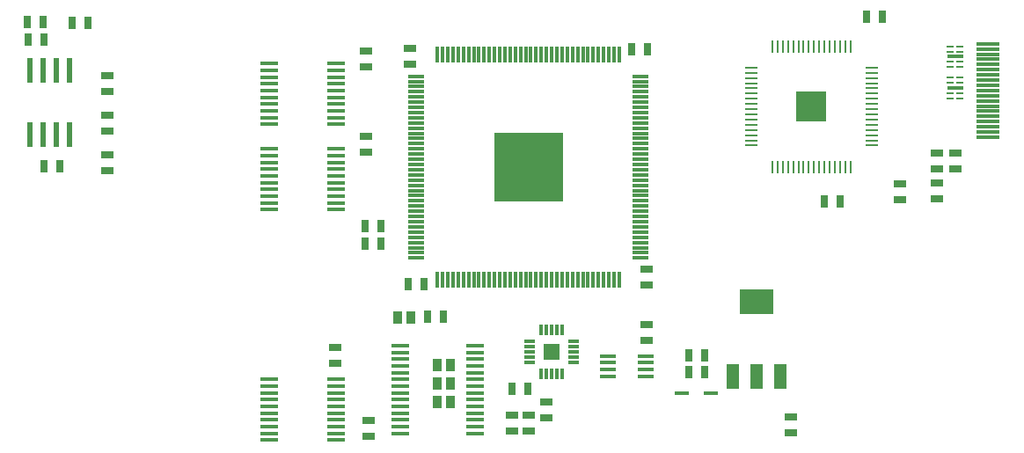
<source format=gtp>
G04 #@! TF.FileFunction,Paste,Top*
%FSLAX46Y46*%
G04 Gerber Fmt 4.6, Leading zero omitted, Abs format (unit mm)*
G04 Created by KiCad (PCBNEW 4.0.7+dfsg1-1) date Sun Apr 22 11:28:12 2018*
%MOMM*%
%LPD*%
G01*
G04 APERTURE LIST*
%ADD10C,0.150000*%
%ADD11R,2.200000X0.300000*%
%ADD12R,1.143000X0.635000*%
%ADD13R,0.635000X1.143000*%
%ADD14R,0.600000X2.350000*%
%ADD15R,1.400000X0.450000*%
%ADD16R,1.700000X0.400000*%
%ADD17R,1.500000X0.400000*%
%ADD18R,1.600000X0.400000*%
%ADD19R,0.700000X0.200000*%
%ADD20R,0.970000X1.270000*%
%ADD21R,1.750000X0.450000*%
%ADD22R,3.000000X3.000000*%
%ADD23R,0.250000X1.200000*%
%ADD24R,1.200000X0.250000*%
%ADD25R,6.700000X6.700000*%
%ADD26R,0.300000X1.600000*%
%ADD27R,1.600000X0.300000*%
%ADD28R,1.200000X2.400000*%
%ADD29R,3.300000X2.400000*%
%ADD30R,1.500000X1.500000*%
%ADD31R,0.300000X1.000000*%
%ADD32R,1.000000X0.300000*%
G04 APERTURE END LIST*
D10*
D11*
X134851000Y-33461000D03*
X134851000Y-33961000D03*
X134851000Y-34461000D03*
X134851000Y-34961000D03*
X134851000Y-35461000D03*
X134851000Y-35961000D03*
X134851000Y-36461000D03*
X134851000Y-36961000D03*
X134851000Y-37461000D03*
X134851000Y-37961000D03*
X134851000Y-38461000D03*
X134851000Y-38961000D03*
X134851000Y-39461000D03*
X134851000Y-39961000D03*
X134851000Y-40461000D03*
X134851000Y-40961000D03*
X134851000Y-41461000D03*
X134851000Y-41961000D03*
X134851000Y-42461000D03*
D12*
X129900000Y-45542000D03*
X129900000Y-44018000D03*
X131730000Y-45536000D03*
X131730000Y-44012000D03*
X129910000Y-48392000D03*
X129910000Y-46868000D03*
X126390000Y-46908000D03*
X126390000Y-48432000D03*
D13*
X48182000Y-31420000D03*
X46658000Y-31420000D03*
X45462000Y-45280000D03*
X43938000Y-45280000D03*
D12*
X50050000Y-38036000D03*
X50050000Y-36512000D03*
X50050000Y-41886000D03*
X50050000Y-40362000D03*
X50080000Y-44152000D03*
X50080000Y-45676000D03*
D13*
X43942000Y-33080000D03*
X42418000Y-33080000D03*
X100528000Y-34034000D03*
X102052000Y-34034000D03*
D12*
X79160000Y-35416000D03*
X79160000Y-33892000D03*
D13*
X43932000Y-31400000D03*
X42408000Y-31400000D03*
D12*
X101990000Y-55182000D03*
X101990000Y-56706000D03*
D13*
X80532000Y-56624000D03*
X79008000Y-56624000D03*
D14*
X42655000Y-42190000D03*
X43925000Y-42190000D03*
X45195000Y-42190000D03*
X46465000Y-42190000D03*
X46465000Y-35990000D03*
X45195000Y-35990000D03*
X43925000Y-35990000D03*
X42655000Y-35990000D03*
D13*
X107592000Y-63474000D03*
X106068000Y-63474000D03*
D12*
X115820000Y-69362000D03*
X115820000Y-70886000D03*
D13*
X107592000Y-65094000D03*
X106068000Y-65094000D03*
D12*
X74940000Y-35666000D03*
X74940000Y-34142000D03*
X74940000Y-43936000D03*
X74940000Y-42412000D03*
X72040000Y-62652000D03*
X72040000Y-64176000D03*
D13*
X76402000Y-52670000D03*
X74878000Y-52670000D03*
X76402000Y-51050000D03*
X74878000Y-51050000D03*
D15*
X108140000Y-67074000D03*
X105340000Y-67074000D03*
D13*
X120632000Y-48664000D03*
X119108000Y-48664000D03*
D12*
X101990000Y-62026000D03*
X101990000Y-60502000D03*
D16*
X65620000Y-35375000D03*
X65620000Y-36025000D03*
X65620000Y-36675000D03*
X65620000Y-37325000D03*
X65620000Y-37975000D03*
X65620000Y-38625000D03*
X65620000Y-39275000D03*
X65620000Y-39925000D03*
X65620000Y-40575000D03*
X65620000Y-41225000D03*
X72060000Y-41225000D03*
X72060000Y-40575000D03*
X72060000Y-39925000D03*
X72060000Y-39275000D03*
X72060000Y-38625000D03*
X72060000Y-37975000D03*
X72060000Y-37325000D03*
X72060000Y-36675000D03*
X72060000Y-36025000D03*
X72060000Y-35375000D03*
X65620000Y-43575000D03*
X65620000Y-44225000D03*
X65620000Y-44875000D03*
X65620000Y-45525000D03*
X65620000Y-46175000D03*
X65620000Y-46825000D03*
X65620000Y-47475000D03*
X65620000Y-48125000D03*
X65620000Y-48775000D03*
X65620000Y-49425000D03*
X72060000Y-49425000D03*
X72060000Y-48775000D03*
X72060000Y-48125000D03*
X72060000Y-47475000D03*
X72060000Y-46825000D03*
X72060000Y-46175000D03*
X72060000Y-45525000D03*
X72060000Y-44875000D03*
X72060000Y-44225000D03*
X72060000Y-43575000D03*
X65620000Y-65765000D03*
X65620000Y-66415000D03*
X65620000Y-67065000D03*
X65620000Y-67715000D03*
X65620000Y-68365000D03*
X65620000Y-69015000D03*
X65620000Y-69665000D03*
X65620000Y-70315000D03*
X65620000Y-70965000D03*
X65620000Y-71615000D03*
X72060000Y-71615000D03*
X72060000Y-70965000D03*
X72060000Y-70315000D03*
X72060000Y-69665000D03*
X72060000Y-69015000D03*
X72060000Y-68365000D03*
X72060000Y-67715000D03*
X72060000Y-67065000D03*
X72060000Y-66415000D03*
X72060000Y-65765000D03*
D17*
X98265600Y-63515600D03*
X98265600Y-64165600D03*
X98265600Y-64815600D03*
X98265600Y-65465600D03*
X101865600Y-65465600D03*
X101865600Y-64815600D03*
X101865600Y-64165600D03*
X101865600Y-63515600D03*
D12*
X92340000Y-67942000D03*
X92340000Y-69466000D03*
D18*
X131673500Y-34710400D03*
D19*
X132123200Y-35710400D03*
X132123200Y-35210400D03*
X132123200Y-34210400D03*
X132123200Y-33710400D03*
X131223800Y-35710400D03*
X131223800Y-35210400D03*
X131223800Y-33710400D03*
X131223800Y-34210400D03*
D18*
X131673500Y-34710400D03*
X131660800Y-37710300D03*
D19*
X132110500Y-38710300D03*
X132110500Y-38210300D03*
X132110500Y-37210300D03*
X132110500Y-36710300D03*
X131211100Y-38710300D03*
X131211100Y-38210300D03*
X131211100Y-36710300D03*
X131211100Y-37210300D03*
D18*
X131660800Y-37710300D03*
D13*
X89028000Y-66694000D03*
X90552000Y-66694000D03*
X124642000Y-30850000D03*
X123118000Y-30850000D03*
D12*
X75260000Y-69682000D03*
X75260000Y-71206000D03*
X89020000Y-69192000D03*
X89020000Y-70716000D03*
X90670000Y-69192000D03*
X90670000Y-70716000D03*
D20*
X81840000Y-64420000D03*
X83120000Y-64420000D03*
X81840000Y-66200000D03*
X83120000Y-66200000D03*
X81840000Y-67980000D03*
X83120000Y-67980000D03*
D21*
X78270000Y-62525000D03*
X78270000Y-63175000D03*
X78270000Y-63825000D03*
X78270000Y-64475000D03*
X78270000Y-65125000D03*
X78270000Y-65775000D03*
X78270000Y-66425000D03*
X78270000Y-67075000D03*
X78270000Y-67725000D03*
X78270000Y-68375000D03*
X78270000Y-69025000D03*
X78270000Y-69675000D03*
X78270000Y-70325000D03*
X78270000Y-70975000D03*
X85470000Y-70975000D03*
X85470000Y-70325000D03*
X85470000Y-69675000D03*
X85470000Y-69025000D03*
X85470000Y-68375000D03*
X85470000Y-67725000D03*
X85470000Y-67075000D03*
X85470000Y-66425000D03*
X85470000Y-65775000D03*
X85470000Y-65125000D03*
X85470000Y-64475000D03*
X85470000Y-63825000D03*
X85470000Y-63175000D03*
X85470000Y-62525000D03*
D20*
X77980000Y-59834000D03*
X79260000Y-59834000D03*
D13*
X82382000Y-59744000D03*
X80858000Y-59744000D03*
D22*
X117830600Y-39509200D03*
D23*
X114080600Y-45309200D03*
X114580600Y-45309200D03*
X115080600Y-45309200D03*
X115580600Y-45309200D03*
X116080600Y-45309200D03*
X116580600Y-45309200D03*
X117080600Y-45309200D03*
X117580600Y-45309200D03*
X118080600Y-45309200D03*
X118580600Y-45309200D03*
X119080600Y-45309200D03*
X119580600Y-45309200D03*
X120080600Y-45309200D03*
X120580600Y-45309200D03*
X121080600Y-45309200D03*
X121580600Y-45309200D03*
D24*
X123630600Y-43259200D03*
X123630600Y-42759200D03*
X123630600Y-42259200D03*
X123630600Y-41759200D03*
X123630600Y-41259200D03*
X123630600Y-40759200D03*
X123630600Y-40259200D03*
X123630600Y-39759200D03*
X123630600Y-39259200D03*
X123630600Y-38759200D03*
X123630600Y-38259200D03*
X123630600Y-37759200D03*
X123630600Y-37259200D03*
X123630600Y-36759200D03*
X123630600Y-36259200D03*
X123630600Y-35759200D03*
D23*
X121580600Y-33709200D03*
X121080600Y-33709200D03*
X120580600Y-33709200D03*
X120080600Y-33709200D03*
X119580600Y-33709200D03*
X119080600Y-33709200D03*
X118580600Y-33709200D03*
X118080600Y-33709200D03*
X117580600Y-33709200D03*
X117080600Y-33709200D03*
X116580600Y-33709200D03*
X116080600Y-33709200D03*
X115580600Y-33709200D03*
X115080600Y-33709200D03*
X114580600Y-33709200D03*
X114080600Y-33709200D03*
D24*
X112030600Y-35759200D03*
X112030600Y-36259200D03*
X112030600Y-36759200D03*
X112030600Y-37259200D03*
X112030600Y-37759200D03*
X112030600Y-38259200D03*
X112030600Y-38759200D03*
X112030600Y-39259200D03*
X112030600Y-39759200D03*
X112030600Y-40259200D03*
X112030600Y-40759200D03*
X112030600Y-41259200D03*
X112030600Y-41759200D03*
X112030600Y-42259200D03*
X112030600Y-42759200D03*
X112030600Y-43259200D03*
D25*
X90587000Y-45335000D03*
D26*
X81837000Y-56135000D03*
X82337000Y-56135000D03*
X82837000Y-56135000D03*
X83337000Y-56135000D03*
X83837000Y-56135000D03*
X84337000Y-56135000D03*
X84837000Y-56135000D03*
X85337000Y-56135000D03*
X85837000Y-56135000D03*
X86337000Y-56135000D03*
X86837000Y-56135000D03*
X87337000Y-56135000D03*
X87837000Y-56135000D03*
X88337000Y-56135000D03*
X88837000Y-56135000D03*
X89337000Y-56135000D03*
X89837000Y-56135000D03*
X90337000Y-56135000D03*
X90837000Y-56135000D03*
X91337000Y-56135000D03*
X91837000Y-56135000D03*
X92337000Y-56135000D03*
X92837000Y-56135000D03*
X93337000Y-56135000D03*
X93837000Y-56135000D03*
X94337000Y-56135000D03*
X94837000Y-56135000D03*
X95337000Y-56135000D03*
X95837000Y-56135000D03*
X96337000Y-56135000D03*
X96837000Y-56135000D03*
X97337000Y-56135000D03*
X97837000Y-56135000D03*
X98337000Y-56135000D03*
X98837000Y-56135000D03*
X99337000Y-56135000D03*
D27*
X101387000Y-54085000D03*
X101387000Y-53585000D03*
X101387000Y-53085000D03*
X101387000Y-52585000D03*
X101387000Y-52085000D03*
X101387000Y-51585000D03*
X101387000Y-51085000D03*
X101387000Y-50585000D03*
X101387000Y-50085000D03*
X101387000Y-49585000D03*
X101387000Y-49085000D03*
X101387000Y-48585000D03*
X101387000Y-48085000D03*
X101387000Y-47585000D03*
X101387000Y-47085000D03*
X101387000Y-46585000D03*
X101387000Y-46085000D03*
X101387000Y-45585000D03*
X101387000Y-45085000D03*
X101387000Y-44585000D03*
X101387000Y-44085000D03*
X101387000Y-43585000D03*
X101387000Y-43085000D03*
X101387000Y-42585000D03*
X101387000Y-42085000D03*
X101387000Y-41585000D03*
X101387000Y-41085000D03*
X101387000Y-40585000D03*
X101387000Y-40085000D03*
X101387000Y-39585000D03*
X101387000Y-39085000D03*
X101387000Y-38585000D03*
X101387000Y-38085000D03*
X101387000Y-37585000D03*
X101387000Y-37085000D03*
X101387000Y-36585000D03*
D26*
X99337000Y-34535000D03*
X98837000Y-34535000D03*
X98337000Y-34535000D03*
X97837000Y-34535000D03*
X97337000Y-34535000D03*
X96837000Y-34535000D03*
X96337000Y-34535000D03*
X95837000Y-34535000D03*
X95337000Y-34535000D03*
X94837000Y-34535000D03*
X94337000Y-34535000D03*
X93837000Y-34535000D03*
X93337000Y-34535000D03*
X92837000Y-34535000D03*
X92337000Y-34535000D03*
X91837000Y-34535000D03*
X91337000Y-34535000D03*
X90837000Y-34535000D03*
X90337000Y-34535000D03*
X89837000Y-34535000D03*
X89337000Y-34535000D03*
X88837000Y-34535000D03*
X88337000Y-34535000D03*
X87837000Y-34535000D03*
X87337000Y-34535000D03*
X86837000Y-34535000D03*
X86337000Y-34535000D03*
X85837000Y-34535000D03*
X85337000Y-34535000D03*
X84837000Y-34535000D03*
X84337000Y-34535000D03*
X83837000Y-34535000D03*
X83337000Y-34535000D03*
X82837000Y-34535000D03*
X82337000Y-34535000D03*
X81837000Y-34535000D03*
D27*
X79787000Y-36585000D03*
X79787000Y-37085000D03*
X79787000Y-37585000D03*
X79787000Y-38085000D03*
X79787000Y-38585000D03*
X79787000Y-39085000D03*
X79787000Y-39585000D03*
X79787000Y-40085000D03*
X79787000Y-40585000D03*
X79787000Y-41085000D03*
X79787000Y-41585000D03*
X79787000Y-42085000D03*
X79787000Y-42585000D03*
X79787000Y-43085000D03*
X79787000Y-43585000D03*
X79787000Y-44085000D03*
X79787000Y-44585000D03*
X79787000Y-45085000D03*
X79787000Y-45585000D03*
X79787000Y-46085000D03*
X79787000Y-46585000D03*
X79787000Y-47085000D03*
X79787000Y-47585000D03*
X79787000Y-48085000D03*
X79787000Y-48585000D03*
X79787000Y-49085000D03*
X79787000Y-49585000D03*
X79787000Y-50085000D03*
X79787000Y-50585000D03*
X79787000Y-51085000D03*
X79787000Y-51585000D03*
X79787000Y-52085000D03*
X79787000Y-52585000D03*
X79787000Y-53085000D03*
X79787000Y-53585000D03*
X79787000Y-54085000D03*
D28*
X112570000Y-65464000D03*
X110270000Y-65464000D03*
X114870000Y-65464000D03*
D29*
X112570000Y-58264000D03*
D30*
X92848000Y-63119000D03*
D31*
X91848000Y-65234000D03*
X92348000Y-65234000D03*
X92848000Y-65234000D03*
X93348000Y-65234000D03*
X93848000Y-65234000D03*
D32*
X94963000Y-64119000D03*
X94963000Y-63619000D03*
X94963000Y-63119000D03*
X94963000Y-62619000D03*
X94963000Y-62119000D03*
D31*
X93848000Y-61004000D03*
X93348000Y-61004000D03*
X92848000Y-61004000D03*
X92348000Y-61004000D03*
X91848000Y-61004000D03*
D32*
X90733000Y-62119000D03*
X90733000Y-62619000D03*
X90733000Y-63119000D03*
X90733000Y-63619000D03*
X90733000Y-64119000D03*
M02*

</source>
